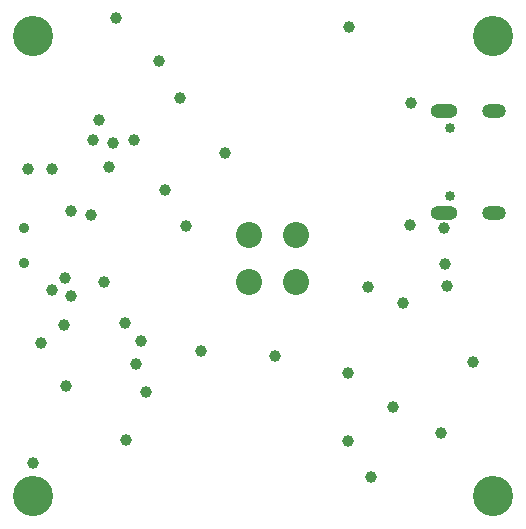
<source format=gbr>
%TF.GenerationSoftware,Altium Limited,Altium Designer,24.6.1 (21)*%
G04 Layer_Color=16711935*
%FSLAX45Y45*%
%MOMM*%
%TF.SameCoordinates,6A5B3439-CA9B-47F1-B443-B48DB32901A5*%
%TF.FilePolarity,Negative*%
%TF.FileFunction,Soldermask,Bot*%
%TF.Part,Single*%
G01*
G75*
%TA.AperFunction,ComponentPad*%
%ADD41C,0.90000*%
%TA.AperFunction,ViaPad*%
%ADD72C,3.40320*%
%TA.AperFunction,ComponentPad*%
%ADD73O,2.00320X1.20320*%
%ADD74O,2.30320X1.20320*%
%ADD75C,0.85320*%
%TA.AperFunction,ViaPad*%
%ADD76C,1.00320*%
%ADD77C,2.20320*%
D41*
X226500Y2572500D02*
D03*
Y2272500D02*
D03*
D72*
X4200000Y300000D02*
D03*
X300000D02*
D03*
X4200000Y4200000D02*
D03*
X300000D02*
D03*
D73*
X4204500Y3562000D02*
D03*
Y2698000D02*
D03*
D74*
X3786500Y3562000D02*
D03*
Y2698000D02*
D03*
D75*
X3836500Y2841000D02*
D03*
Y3419000D02*
D03*
D76*
X1725000Y1530000D02*
D03*
X465000Y2045000D02*
D03*
X577500Y2150000D02*
D03*
X627500Y2712500D02*
D03*
X260000Y3067500D02*
D03*
X467500D02*
D03*
X812500Y3312500D02*
D03*
X862500Y3482500D02*
D03*
X367500Y1595000D02*
D03*
X1220000Y1617500D02*
D03*
X1080000Y1767500D02*
D03*
X2350000Y1490000D02*
D03*
X2972500Y767500D02*
D03*
X3142500Y2072500D02*
D03*
X1420000Y2895000D02*
D03*
X1930000Y3207500D02*
D03*
X947500Y3090000D02*
D03*
X1550000Y3675000D02*
D03*
X1175000Y1420000D02*
D03*
X582528Y1237560D02*
D03*
X1260000Y1180000D02*
D03*
X3492500Y2597500D02*
D03*
X792500Y2685000D02*
D03*
X3790000Y2270000D02*
D03*
X3435000Y1937500D02*
D03*
X3810000Y2080000D02*
D03*
X2970000Y1342500D02*
D03*
X3165000Y467500D02*
D03*
X3347500Y1060000D02*
D03*
X977500Y3292500D02*
D03*
X1157500Y3312500D02*
D03*
X3780000Y2570000D02*
D03*
X300000Y580000D02*
D03*
X627500Y1992500D02*
D03*
X1090000Y780000D02*
D03*
X567500Y1752500D02*
D03*
X1595000Y2590000D02*
D03*
X1007500Y4350000D02*
D03*
X3760000Y840000D02*
D03*
X4030000Y1440000D02*
D03*
X3500000Y3630000D02*
D03*
X2982500Y4270750D02*
D03*
X907500Y2112500D02*
D03*
X1367500Y3985000D02*
D03*
D77*
X2530000Y2115000D02*
D03*
X2130000D02*
D03*
X2530000Y2515000D02*
D03*
X2130000D02*
D03*
%TF.MD5,9a043b70adc2bbe4acfacf8fdcc88809*%
M02*

</source>
